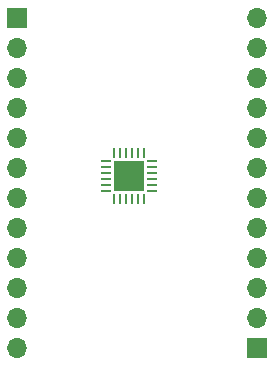
<source format=gbr>
%TF.GenerationSoftware,KiCad,Pcbnew,8.0.1-8.0.1-1~ubuntu22.04.1*%
%TF.CreationDate,2024-04-25T02:14:39+01:00*%
%TF.ProjectId,VQFN_breakout,5651464e-5f62-4726-9561-6b6f75742e6b,rev?*%
%TF.SameCoordinates,Original*%
%TF.FileFunction,Soldermask,Top*%
%TF.FilePolarity,Negative*%
%FSLAX46Y46*%
G04 Gerber Fmt 4.6, Leading zero omitted, Abs format (unit mm)*
G04 Created by KiCad (PCBNEW 8.0.1-8.0.1-1~ubuntu22.04.1) date 2024-04-25 02:14:39*
%MOMM*%
%LPD*%
G01*
G04 APERTURE LIST*
G04 Aperture macros list*
%AMRoundRect*
0 Rectangle with rounded corners*
0 $1 Rounding radius*
0 $2 $3 $4 $5 $6 $7 $8 $9 X,Y pos of 4 corners*
0 Add a 4 corners polygon primitive as box body*
4,1,4,$2,$3,$4,$5,$6,$7,$8,$9,$2,$3,0*
0 Add four circle primitives for the rounded corners*
1,1,$1+$1,$2,$3*
1,1,$1+$1,$4,$5*
1,1,$1+$1,$6,$7*
1,1,$1+$1,$8,$9*
0 Add four rect primitives between the rounded corners*
20,1,$1+$1,$2,$3,$4,$5,0*
20,1,$1+$1,$4,$5,$6,$7,0*
20,1,$1+$1,$6,$7,$8,$9,0*
20,1,$1+$1,$8,$9,$2,$3,0*%
G04 Aperture macros list end*
%ADD10R,1.700000X1.700000*%
%ADD11O,1.700000X1.700000*%
%ADD12RoundRect,0.062500X-0.350000X-0.062500X0.350000X-0.062500X0.350000X0.062500X-0.350000X0.062500X0*%
%ADD13RoundRect,0.062500X-0.062500X-0.350000X0.062500X-0.350000X0.062500X0.350000X-0.062500X0.350000X0*%
%ADD14R,2.600000X2.600000*%
G04 APERTURE END LIST*
D10*
%TO.C,J2*%
X147320000Y-132080000D03*
D11*
X147320000Y-129540000D03*
X147320000Y-127000000D03*
X147320000Y-124460000D03*
X147320000Y-121920000D03*
X147320000Y-119380000D03*
X147320000Y-116840000D03*
X147320000Y-114300000D03*
X147320000Y-111760000D03*
X147320000Y-109220000D03*
X147320000Y-106680000D03*
X147320000Y-104140000D03*
%TD*%
D10*
%TO.C,J1*%
X127000000Y-104140000D03*
D11*
X127000000Y-106680000D03*
X127000000Y-109220000D03*
X127000000Y-111760000D03*
X127000000Y-114300000D03*
X127000000Y-116840000D03*
X127000000Y-119380000D03*
X127000000Y-121920000D03*
X127000000Y-124460000D03*
X127000000Y-127000000D03*
X127000000Y-129540000D03*
X127000000Y-132080000D03*
%TD*%
D12*
%TO.C,U1*%
X134572500Y-116240000D03*
X134572500Y-116740000D03*
X134572500Y-117240000D03*
X134572500Y-117740000D03*
X134572500Y-118240000D03*
X134572500Y-118740000D03*
D13*
X135260000Y-119427500D03*
X135760000Y-119427500D03*
X136260000Y-119427500D03*
X136760000Y-119427500D03*
X137260000Y-119427500D03*
X137760000Y-119427500D03*
D12*
X138447500Y-118740000D03*
X138447500Y-118240000D03*
X138447500Y-117740000D03*
X138447500Y-117240000D03*
X138447500Y-116740000D03*
X138447500Y-116240000D03*
D13*
X137760000Y-115552500D03*
X137260000Y-115552500D03*
X136760000Y-115552500D03*
X136260000Y-115552500D03*
X135760000Y-115552500D03*
X135260000Y-115552500D03*
D14*
X136510000Y-117490000D03*
%TD*%
M02*

</source>
